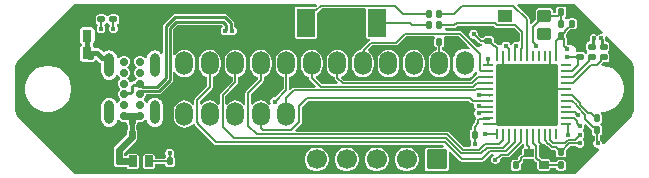
<source format=gbl>
G04*
G04 #@! TF.GenerationSoftware,Altium Limited,Altium Designer,25.5.2 (35)*
G04*
G04 Layer_Physical_Order=4*
G04 Layer_Color=16711680*
%FSLAX44Y44*%
%MOMM*%
G71*
G04*
G04 #@! TF.SameCoordinates,449EA512-5FDF-437D-9D79-FEBFBDB7331F*
G04*
G04*
G04 #@! TF.FilePolarity,Positive*
G04*
G01*
G75*
%ADD11C,0.1500*%
%ADD19C,0.2200*%
%ADD20C,0.4000*%
%ADD21C,0.6000*%
%ADD24O,1.5000X2.0000*%
%ADD25O,0.8000X2.0000*%
%ADD26C,0.7000*%
G04:AMPARAMS|DCode=27|XSize=1.7mm|YSize=1.7mm|CornerRadius=0.05mm|HoleSize=0mm|Usage=FLASHONLY|Rotation=180.000|XOffset=0mm|YOffset=0mm|HoleType=Round|Shape=RoundedRectangle|*
%AMROUNDEDRECTD27*
21,1,1.7000,1.6000,0,0,180.0*
21,1,1.6000,1.7000,0,0,180.0*
1,1,0.1000,-0.8000,0.8000*
1,1,0.1000,0.8000,0.8000*
1,1,0.1000,0.8000,-0.8000*
1,1,0.1000,-0.8000,-0.8000*
%
%ADD27ROUNDEDRECTD27*%
%ADD28C,1.7000*%
%ADD29C,0.4500*%
%ADD30C,0.5000*%
G04:AMPARAMS|DCode=32|XSize=0.2mm|YSize=0.6mm|CornerRadius=0.05mm|HoleSize=0mm|Usage=FLASHONLY|Rotation=270.000|XOffset=0mm|YOffset=0mm|HoleType=Round|Shape=RoundedRectangle|*
%AMROUNDEDRECTD32*
21,1,0.2000,0.5000,0,0,270.0*
21,1,0.1000,0.6000,0,0,270.0*
1,1,0.1000,-0.2500,-0.0500*
1,1,0.1000,-0.2500,0.0500*
1,1,0.1000,0.2500,0.0500*
1,1,0.1000,0.2500,-0.0500*
%
%ADD32ROUNDEDRECTD32*%
G04:AMPARAMS|DCode=33|XSize=0.72mm|YSize=0.99mm|CornerRadius=0.09mm|HoleSize=0mm|Usage=FLASHONLY|Rotation=180.000|XOffset=0mm|YOffset=0mm|HoleType=Round|Shape=RoundedRectangle|*
%AMROUNDEDRECTD33*
21,1,0.7200,0.8100,0,0,180.0*
21,1,0.5400,0.9900,0,0,180.0*
1,1,0.1800,-0.2700,0.4050*
1,1,0.1800,0.2700,0.4050*
1,1,0.1800,0.2700,-0.4050*
1,1,0.1800,-0.2700,-0.4050*
%
%ADD33ROUNDEDRECTD33*%
G04:AMPARAMS|DCode=34|XSize=0.55mm|YSize=0.6mm|CornerRadius=0.0688mm|HoleSize=0mm|Usage=FLASHONLY|Rotation=0.000|XOffset=0mm|YOffset=0mm|HoleType=Round|Shape=RoundedRectangle|*
%AMROUNDEDRECTD34*
21,1,0.5500,0.4625,0,0,0.0*
21,1,0.4125,0.6000,0,0,0.0*
1,1,0.1375,0.2063,-0.2313*
1,1,0.1375,-0.2063,-0.2313*
1,1,0.1375,-0.2063,0.2313*
1,1,0.1375,0.2063,0.2313*
%
%ADD34ROUNDEDRECTD34*%
G04:AMPARAMS|DCode=35|XSize=0.55mm|YSize=0.6mm|CornerRadius=0.0688mm|HoleSize=0mm|Usage=FLASHONLY|Rotation=90.000|XOffset=0mm|YOffset=0mm|HoleType=Round|Shape=RoundedRectangle|*
%AMROUNDEDRECTD35*
21,1,0.5500,0.4625,0,0,90.0*
21,1,0.4125,0.6000,0,0,90.0*
1,1,0.1375,0.2313,0.2063*
1,1,0.1375,0.2313,-0.2063*
1,1,0.1375,-0.2313,-0.2063*
1,1,0.1375,-0.2313,0.2063*
%
%ADD35ROUNDEDRECTD35*%
G04:AMPARAMS|DCode=36|XSize=0.25mm|YSize=0.85mm|CornerRadius=0.05mm|HoleSize=0mm|Usage=FLASHONLY|Rotation=180.000|XOffset=0mm|YOffset=0mm|HoleType=Round|Shape=RoundedRectangle|*
%AMROUNDEDRECTD36*
21,1,0.2500,0.7500,0,0,180.0*
21,1,0.1500,0.8500,0,0,180.0*
1,1,0.1000,-0.0750,0.3750*
1,1,0.1000,0.0750,0.3750*
1,1,0.1000,0.0750,-0.3750*
1,1,0.1000,-0.0750,-0.3750*
%
%ADD36ROUNDEDRECTD36*%
G04:AMPARAMS|DCode=37|XSize=0.25mm|YSize=0.85mm|CornerRadius=0.05mm|HoleSize=0mm|Usage=FLASHONLY|Rotation=90.000|XOffset=0mm|YOffset=0mm|HoleType=Round|Shape=RoundedRectangle|*
%AMROUNDEDRECTD37*
21,1,0.2500,0.7500,0,0,90.0*
21,1,0.1500,0.8500,0,0,90.0*
1,1,0.1000,0.3750,0.0750*
1,1,0.1000,0.3750,-0.0750*
1,1,0.1000,-0.3750,-0.0750*
1,1,0.1000,-0.3750,0.0750*
%
%ADD37ROUNDEDRECTD37*%
G04:AMPARAMS|DCode=38|XSize=5.2mm|YSize=5.2mm|CornerRadius=0.05mm|HoleSize=0mm|Usage=FLASHONLY|Rotation=180.000|XOffset=0mm|YOffset=0mm|HoleType=Round|Shape=RoundedRectangle|*
%AMROUNDEDRECTD38*
21,1,5.2000,5.1000,0,0,180.0*
21,1,5.1000,5.2000,0,0,180.0*
1,1,0.1000,-2.5500,2.5500*
1,1,0.1000,2.5500,2.5500*
1,1,0.1000,2.5500,-2.5500*
1,1,0.1000,-2.5500,-2.5500*
%
%ADD38ROUNDEDRECTD38*%
G04:AMPARAMS|DCode=39|XSize=0.775mm|YSize=0.675mm|CornerRadius=0.0338mm|HoleSize=0mm|Usage=FLASHONLY|Rotation=0.000|XOffset=0mm|YOffset=0mm|HoleType=Round|Shape=RoundedRectangle|*
%AMROUNDEDRECTD39*
21,1,0.7750,0.6075,0,0,0.0*
21,1,0.7075,0.6750,0,0,0.0*
1,1,0.0675,0.3538,-0.3038*
1,1,0.0675,-0.3538,-0.3038*
1,1,0.0675,-0.3538,0.3038*
1,1,0.0675,0.3538,0.3038*
%
%ADD39ROUNDEDRECTD39*%
G04:AMPARAMS|DCode=40|XSize=1.15mm|YSize=1.05mm|CornerRadius=0.1313mm|HoleSize=0mm|Usage=FLASHONLY|Rotation=0.000|XOffset=0mm|YOffset=0mm|HoleType=Round|Shape=RoundedRectangle|*
%AMROUNDEDRECTD40*
21,1,1.1500,0.7875,0,0,0.0*
21,1,0.8875,1.0500,0,0,0.0*
1,1,0.2625,0.4438,-0.3938*
1,1,0.2625,-0.4438,-0.3938*
1,1,0.2625,-0.4438,0.3938*
1,1,0.2625,0.4438,0.3938*
%
%ADD40ROUNDEDRECTD40*%
G04:AMPARAMS|DCode=41|XSize=1.6mm|YSize=2.4mm|CornerRadius=0.05mm|HoleSize=0mm|Usage=FLASHONLY|Rotation=0.000|XOffset=0mm|YOffset=0mm|HoleType=Round|Shape=RoundedRectangle|*
%AMROUNDEDRECTD41*
21,1,1.6000,2.3000,0,0,0.0*
21,1,1.5000,2.4000,0,0,0.0*
1,1,0.1000,0.7500,-1.1500*
1,1,0.1000,-0.7500,-1.1500*
1,1,0.1000,-0.7500,1.1500*
1,1,0.1000,0.7500,1.1500*
%
%ADD41ROUNDEDRECTD41*%
%ADD42R,1.1500X1.0500*%
%ADD43C,0.4897*%
%ADD44C,0.2000*%
G36*
X-7039Y71907D02*
X-6465Y70521D01*
X-7581Y69406D01*
X-8250Y69539D01*
X-23250D01*
X-24030Y69384D01*
X-24692Y68942D01*
X-25134Y68280D01*
X-25289Y67500D01*
Y44500D01*
X-25134Y43720D01*
X-24692Y43058D01*
X-24030Y42616D01*
X-23250Y42461D01*
X-8250D01*
X-7470Y42616D01*
X-6808Y43058D01*
X-6366Y43720D01*
X-6211Y44500D01*
Y64524D01*
X-5499Y64999D01*
X-2292Y68206D01*
X34132D01*
X34711Y67500D01*
Y44500D01*
X34866Y43720D01*
X35308Y43058D01*
X35970Y42616D01*
X36750Y42461D01*
X38031D01*
X38195Y42009D01*
X38281Y40961D01*
X37774Y40622D01*
X31608Y34456D01*
X31111Y33712D01*
X30938Y32842D01*
X30096Y32731D01*
X27907Y31824D01*
X26027Y30382D01*
X24585Y28502D01*
X23678Y26312D01*
X23368Y23963D01*
Y18963D01*
X23678Y16613D01*
X24585Y14424D01*
X26027Y12544D01*
X27907Y11101D01*
X30096Y10195D01*
X32446Y9885D01*
X34795Y10195D01*
X36985Y11101D01*
X38865Y12544D01*
X40307Y14424D01*
X41214Y16613D01*
X41524Y18963D01*
Y23963D01*
X41214Y26312D01*
X40307Y28502D01*
X38865Y30382D01*
X37325Y31563D01*
X36917Y33277D01*
X40346Y36706D01*
X60316D01*
X61194Y36881D01*
X61938Y37378D01*
X69016Y44456D01*
X92352D01*
X93154Y42956D01*
X93127Y42916D01*
X92957Y42063D01*
Y37438D01*
X93127Y36584D01*
X93610Y35860D01*
X94334Y35377D01*
X94956Y35253D01*
Y32743D01*
X94867Y32731D01*
X92677Y31824D01*
X90797Y30382D01*
X89354Y28502D01*
X88448Y26312D01*
X88138Y23963D01*
Y18963D01*
X88448Y16613D01*
X89354Y14424D01*
X90797Y12544D01*
X92677Y11101D01*
X94867Y10195D01*
X97216Y9885D01*
X99565Y10195D01*
X101755Y11101D01*
X103635Y12544D01*
X105077Y14424D01*
X105984Y16613D01*
X106294Y18963D01*
Y23963D01*
X105984Y26312D01*
X105077Y28502D01*
X103635Y30382D01*
X101755Y31824D01*
X99565Y32731D01*
X99544Y32734D01*
Y35253D01*
X100166Y35377D01*
X100890Y35860D01*
X101373Y36584D01*
X101543Y37438D01*
Y42063D01*
X101373Y42916D01*
X101346Y42956D01*
X102148Y44456D01*
X113807D01*
X120320Y37943D01*
X120381Y37638D01*
X120878Y36894D01*
X123168Y34604D01*
X122318Y33332D01*
X121417Y33705D01*
X118806Y34049D01*
X116195Y33705D01*
X113763Y32698D01*
X111674Y31095D01*
X110071Y29006D01*
X109063Y26573D01*
X108720Y23963D01*
Y18963D01*
X109063Y16352D01*
X110071Y13920D01*
X111674Y11831D01*
X113763Y10228D01*
X116195Y9220D01*
X118806Y8877D01*
X121417Y9220D01*
X123849Y10228D01*
X125938Y11831D01*
X127541Y13920D01*
X127912Y14815D01*
X129412Y14517D01*
Y12178D01*
X129118Y12119D01*
X128373Y11622D01*
X123758Y7007D01*
X16306D01*
X14292Y9021D01*
X14644Y10790D01*
X15395Y11101D01*
X17275Y12544D01*
X18717Y14424D01*
X19624Y16613D01*
X19934Y18963D01*
Y23963D01*
X19624Y26312D01*
X18717Y28502D01*
X17275Y30382D01*
X15395Y31824D01*
X13205Y32731D01*
X10856Y33040D01*
X8507Y32731D01*
X6317Y31824D01*
X4437Y30382D01*
X2995Y28502D01*
X2088Y26312D01*
X1778Y23963D01*
Y18963D01*
X2088Y16613D01*
X2995Y14424D01*
X4437Y12544D01*
X6317Y11101D01*
X8507Y10195D01*
X8562Y10187D01*
Y9213D01*
X8737Y8335D01*
X9234Y7591D01*
X11432Y5393D01*
X10858Y4007D01*
X-2284D01*
X-7298Y9021D01*
X-6946Y10790D01*
X-6195Y11101D01*
X-4315Y12544D01*
X-2873Y14424D01*
X-1966Y16613D01*
X-1656Y18963D01*
Y23963D01*
X-1966Y26312D01*
X-2873Y28502D01*
X-4315Y30382D01*
X-6195Y31824D01*
X-8385Y32731D01*
X-10734Y33040D01*
X-13083Y32731D01*
X-15273Y31824D01*
X-17153Y30382D01*
X-18595Y28502D01*
X-19502Y26312D01*
X-19812Y23963D01*
Y18963D01*
X-19502Y16613D01*
X-18595Y14424D01*
X-17153Y12544D01*
X-15273Y11101D01*
X-13083Y10195D01*
X-13028Y10187D01*
Y9213D01*
X-12853Y8335D01*
X-12356Y7591D01*
X-7158Y2393D01*
X-7732Y1007D01*
X-25537D01*
X-25537Y1007D01*
X-26415Y832D01*
X-27159Y335D01*
X-27159Y335D01*
X-28568Y-1073D01*
X-29007Y-998D01*
X-30030Y-414D01*
Y10187D01*
X-29975Y10195D01*
X-27785Y11101D01*
X-25905Y12544D01*
X-24463Y14424D01*
X-23556Y16613D01*
X-23246Y18963D01*
Y23963D01*
X-23556Y26312D01*
X-24463Y28502D01*
X-25905Y30382D01*
X-27785Y31824D01*
X-29975Y32731D01*
X-32324Y33040D01*
X-34674Y32731D01*
X-36863Y31824D01*
X-38743Y30382D01*
X-40185Y28502D01*
X-41092Y26312D01*
X-41402Y23963D01*
Y18963D01*
X-41092Y16613D01*
X-40185Y14424D01*
X-38743Y12544D01*
X-36863Y11101D01*
X-34674Y10195D01*
X-34618Y10187D01*
Y126D01*
X-41744Y-7000D01*
X-42996D01*
X-44374Y-7571D01*
X-45429Y-8626D01*
X-46000Y-10004D01*
Y-11496D01*
X-45520Y-12654D01*
X-46831Y-13410D01*
X-47495Y-12544D01*
X-49375Y-11102D01*
X-51565Y-10195D01*
X-53914Y-9886D01*
X-56263Y-10195D01*
X-58453Y-11102D01*
X-60333Y-12544D01*
X-60915Y-13303D01*
X-62415Y-12794D01*
Y-4409D01*
X-52292Y5714D01*
X-51795Y6458D01*
X-51620Y7336D01*
Y10187D01*
X-51565Y10195D01*
X-49375Y11101D01*
X-47495Y12544D01*
X-46053Y14424D01*
X-45146Y16613D01*
X-44836Y18963D01*
Y23963D01*
X-45146Y26312D01*
X-46053Y28502D01*
X-47495Y30382D01*
X-49375Y31824D01*
X-51565Y32731D01*
X-53914Y33040D01*
X-56263Y32731D01*
X-58453Y31824D01*
X-60333Y30382D01*
X-61775Y28502D01*
X-62682Y26312D01*
X-62992Y23963D01*
Y18963D01*
X-62682Y16613D01*
X-61775Y14424D01*
X-60333Y12544D01*
X-58453Y11101D01*
X-56263Y10195D01*
X-56208Y10187D01*
Y8286D01*
X-66331Y-1837D01*
X-66828Y-2581D01*
X-67003Y-3459D01*
Y-12794D01*
X-68503Y-13303D01*
X-69085Y-12544D01*
X-70965Y-11102D01*
X-73155Y-10195D01*
X-75504Y-9886D01*
X-77853Y-10195D01*
X-80043Y-11102D01*
X-81923Y-12544D01*
X-82505Y-13303D01*
X-84005Y-12794D01*
Y-5999D01*
X-73882Y4124D01*
X-73385Y4868D01*
X-73210Y5746D01*
Y10187D01*
X-73155Y10195D01*
X-70965Y11101D01*
X-69085Y12544D01*
X-67643Y14424D01*
X-66736Y16613D01*
X-66426Y18963D01*
Y23963D01*
X-66736Y26312D01*
X-67643Y28502D01*
X-69085Y30382D01*
X-70965Y31824D01*
X-73155Y32731D01*
X-75504Y33040D01*
X-77853Y32731D01*
X-80043Y31824D01*
X-81923Y30382D01*
X-83365Y28502D01*
X-84272Y26312D01*
X-84582Y23963D01*
Y18963D01*
X-84272Y16613D01*
X-83365Y14424D01*
X-81923Y12544D01*
X-80043Y11101D01*
X-77853Y10195D01*
X-77798Y10187D01*
Y6696D01*
X-87921Y-3427D01*
X-88418Y-4171D01*
X-88593Y-5049D01*
Y-12794D01*
X-90093Y-13303D01*
X-90675Y-12544D01*
X-92555Y-11102D01*
X-94745Y-10195D01*
X-97094Y-9886D01*
X-99444Y-10195D01*
X-101633Y-11102D01*
X-103513Y-12544D01*
X-104095Y-13303D01*
X-105595Y-12794D01*
Y-10422D01*
X-95472Y-299D01*
X-94975Y445D01*
X-94800Y1323D01*
Y10187D01*
X-94745Y10195D01*
X-92555Y11101D01*
X-90675Y12544D01*
X-89233Y14424D01*
X-88326Y16613D01*
X-88016Y18963D01*
Y23963D01*
X-88326Y26312D01*
X-89233Y28502D01*
X-90675Y30382D01*
X-92555Y31824D01*
X-94745Y32731D01*
X-97094Y33040D01*
X-99444Y32731D01*
X-101633Y31824D01*
X-103513Y30382D01*
X-104956Y28502D01*
X-105862Y26312D01*
X-106172Y23963D01*
Y18963D01*
X-105862Y16613D01*
X-104956Y14424D01*
X-103513Y12544D01*
X-101633Y11101D01*
X-99444Y10195D01*
X-99388Y10187D01*
Y2273D01*
X-109511Y-7850D01*
X-110008Y-8594D01*
X-110183Y-9472D01*
Y-12794D01*
X-111683Y-13303D01*
X-112265Y-12544D01*
X-114145Y-11102D01*
X-116335Y-10195D01*
X-118684Y-9886D01*
X-121033Y-10195D01*
X-123223Y-11102D01*
X-125103Y-12544D01*
X-126545Y-14424D01*
X-127452Y-16614D01*
X-127762Y-18963D01*
Y-23963D01*
X-127452Y-26313D01*
X-126545Y-28502D01*
X-125103Y-30382D01*
X-123223Y-31825D01*
X-121033Y-32731D01*
X-118684Y-33041D01*
X-116335Y-32731D01*
X-114145Y-31825D01*
X-112265Y-30382D01*
X-111519Y-29409D01*
X-111006Y-29376D01*
X-109797Y-29629D01*
X-109544Y-30008D01*
X-109441Y-30523D01*
X-108944Y-31267D01*
X-93351Y-46860D01*
X-92607Y-47358D01*
X-91729Y-47532D01*
X100600D01*
X101116Y-48211D01*
X100372Y-49711D01*
X87000D01*
X86220Y-49866D01*
X85558Y-50308D01*
X85116Y-50970D01*
X84961Y-51750D01*
Y-67750D01*
X85116Y-68530D01*
X85558Y-69192D01*
X86220Y-69634D01*
X87000Y-69789D01*
X103000D01*
X103780Y-69634D01*
X104442Y-69192D01*
X104884Y-68530D01*
X105039Y-67750D01*
Y-53490D01*
X106539Y-52868D01*
X114543Y-60872D01*
X115287Y-61369D01*
X116165Y-61544D01*
X133699D01*
X134576Y-61369D01*
X135321Y-60872D01*
X141149Y-55044D01*
X142996D01*
X143294Y-56544D01*
X142626Y-56821D01*
X141571Y-57876D01*
X141000Y-59254D01*
Y-60746D01*
X141571Y-62124D01*
X142626Y-63179D01*
X144004Y-63750D01*
X145496D01*
X146874Y-63179D01*
X147929Y-62124D01*
X148500Y-60746D01*
Y-59494D01*
X149950Y-58044D01*
X155260D01*
X156138Y-57869D01*
X156883Y-57372D01*
X167416Y-46838D01*
X168956D01*
Y-47870D01*
X169131Y-48748D01*
X168626Y-49862D01*
X168018Y-50268D01*
X167612Y-50876D01*
X167469Y-51592D01*
Y-54992D01*
X166771Y-55131D01*
X166027Y-55628D01*
X164499Y-57156D01*
X164002Y-57900D01*
X163827Y-58778D01*
Y-59428D01*
X163048Y-60207D01*
X159937D01*
X159084Y-60377D01*
X158360Y-60860D01*
X157877Y-61584D01*
X157707Y-62438D01*
Y-67063D01*
X157877Y-67916D01*
X158360Y-68640D01*
X159084Y-69123D01*
X159937Y-69293D01*
X164062D01*
X164916Y-69123D01*
X165639Y-68640D01*
X166123Y-67916D01*
X166293Y-67063D01*
Y-63451D01*
X167743Y-62001D01*
X168241Y-61257D01*
X168415Y-60379D01*
Y-59728D01*
X168600Y-59544D01*
X170260D01*
X170275Y-59541D01*
X176418D01*
X176763Y-59472D01*
X177133Y-59720D01*
X177630Y-60464D01*
X179044Y-61877D01*
X179044Y-61877D01*
X179788Y-62374D01*
X180214Y-62459D01*
Y-67413D01*
X180357Y-68130D01*
X180763Y-68737D01*
X181371Y-69143D01*
X182087Y-69286D01*
X189163D01*
X189879Y-69143D01*
X190487Y-68737D01*
X190893Y-68130D01*
X191036Y-67413D01*
Y-66669D01*
X195957D01*
Y-67063D01*
X196127Y-67916D01*
X196610Y-68640D01*
X197334Y-69123D01*
X198188Y-69293D01*
X202313D01*
X203166Y-69123D01*
X203890Y-68640D01*
X204373Y-67916D01*
X204543Y-67063D01*
Y-62438D01*
X204373Y-61584D01*
X203890Y-60860D01*
X203166Y-60377D01*
X202313Y-60207D01*
X198188D01*
X197334Y-60377D01*
X196610Y-60860D01*
X196127Y-61584D01*
X196028Y-62081D01*
X191036D01*
Y-61337D01*
X190893Y-60621D01*
X190487Y-60013D01*
X189879Y-59607D01*
X189163Y-59464D01*
X183784D01*
X182953Y-58633D01*
X182209Y-58135D01*
X181687Y-58032D01*
X181547Y-57892D01*
Y-50418D01*
X181547Y-50418D01*
X181546Y-50418D01*
Y-48647D01*
X181546Y-48647D01*
X181485Y-48338D01*
X182178Y-47134D01*
X182554Y-46838D01*
X186334D01*
X187498Y-48002D01*
X187498Y-48002D01*
X188242Y-48500D01*
X188870Y-48625D01*
X191117Y-50872D01*
X191118Y-50872D01*
X191862Y-51369D01*
X192740Y-51544D01*
X192740Y-51544D01*
X194790D01*
X195957Y-52712D01*
Y-55813D01*
X196127Y-56666D01*
X196610Y-57390D01*
X197334Y-57873D01*
X198188Y-58043D01*
X202313D01*
X203166Y-57873D01*
X203890Y-57390D01*
X204373Y-56666D01*
X204543Y-55813D01*
Y-52201D01*
X208200Y-48544D01*
X213241D01*
X214126Y-49429D01*
X215504Y-50000D01*
X216996D01*
X218374Y-49429D01*
X219429Y-48374D01*
X220000Y-46996D01*
Y-45504D01*
X219429Y-44126D01*
X218715Y-43412D01*
X218505Y-42500D01*
X218715Y-41588D01*
X219429Y-40874D01*
X220000Y-39496D01*
Y-38004D01*
X219429Y-36626D01*
X218715Y-35912D01*
X218505Y-35000D01*
X218715Y-34088D01*
X219429Y-33374D01*
X220000Y-31996D01*
Y-30516D01*
X220036Y-30481D01*
X221280Y-29675D01*
X225977Y-34372D01*
X225977Y-34372D01*
X226207Y-34526D01*
Y-37313D01*
X226377Y-38166D01*
X226861Y-38890D01*
X227584Y-39373D01*
X228438Y-39543D01*
X228581D01*
Y-43616D01*
X228071Y-44126D01*
X227500Y-45504D01*
Y-46996D01*
X228071Y-48374D01*
X229126Y-49429D01*
X230504Y-50000D01*
X231452D01*
X232128Y-51445D01*
X211666Y-71907D01*
X-211666Y-71907D01*
X-258243Y-25330D01*
X-259304Y-24270D01*
X-259304Y-24269D01*
X-260211Y-23145D01*
X-260611Y-22623D01*
X-261417Y-20677D01*
X-261678Y-18695D01*
X-261657Y-18588D01*
Y-10000D01*
Y18588D01*
X-261678Y18695D01*
X-261417Y20677D01*
X-260611Y22623D01*
X-259394Y24209D01*
X-259304Y24269D01*
X-211666Y71907D01*
X-7039Y71907D01*
D02*
G37*
G36*
X211666Y71907D02*
X235876Y47697D01*
X235026Y46425D01*
X234846Y46500D01*
X233354D01*
X231976Y45929D01*
X231100Y45053D01*
X230224Y45929D01*
X228846Y46500D01*
X227354D01*
X225976Y45929D01*
X224921Y44874D01*
X224350Y43496D01*
Y42004D01*
X224541Y41543D01*
X224246Y40809D01*
X223609Y39978D01*
X223084Y39873D01*
X222360Y39390D01*
X221877Y38666D01*
X221707Y37812D01*
Y33688D01*
X221877Y32834D01*
X222342Y32138D01*
X222360Y32107D01*
Y31250D01*
Y30393D01*
X222357Y30387D01*
X222272Y30335D01*
X221017Y29850D01*
X221010D01*
X220417Y29975D01*
X220140Y30390D01*
X219416Y30873D01*
X218563Y31043D01*
X213937D01*
X213088Y31740D01*
Y32250D01*
X212739Y34006D01*
X211744Y35494D01*
X210256Y36489D01*
X208500Y36838D01*
X207215D01*
X207124Y36929D01*
X205746Y37500D01*
X205294D01*
Y42250D01*
X205294Y42250D01*
X205119Y43128D01*
X204793Y43617D01*
Y46298D01*
X204946Y46452D01*
X205443Y47196D01*
X205616Y48064D01*
X208009Y50457D01*
X211562D01*
X212416Y50627D01*
X213140Y51110D01*
X213623Y51834D01*
X213793Y52688D01*
Y57312D01*
X213623Y58166D01*
X213140Y58890D01*
X212416Y59373D01*
X211562Y59543D01*
X207437D01*
X206584Y59373D01*
X205860Y58890D01*
X204139D01*
X203725Y59167D01*
X203599Y59760D01*
Y60240D01*
X203725Y60833D01*
X204140Y61110D01*
X204623Y61834D01*
X204793Y62688D01*
Y67312D01*
X204623Y68166D01*
X204140Y68890D01*
X203416Y69373D01*
X202563Y69543D01*
X198438D01*
X197584Y69373D01*
X196860Y68890D01*
X196377Y68166D01*
X196207Y67312D01*
Y64044D01*
X193305D01*
Y65687D01*
X193087Y66785D01*
X192465Y67715D01*
X191535Y68337D01*
X190438Y68555D01*
X181562D01*
X180465Y68337D01*
X179535Y67715D01*
X178913Y66785D01*
X178695Y65687D01*
Y58189D01*
X175044Y54538D01*
X174360Y54645D01*
X173544Y55076D01*
Y58950D01*
X173369Y59828D01*
X172872Y60572D01*
X162923Y70521D01*
X163497Y71907D01*
X211666D01*
D02*
G37*
G36*
X144092Y52378D02*
X144092Y52378D01*
X144837Y51880D01*
X145715Y51706D01*
X160686D01*
X165206Y47186D01*
Y40807D01*
X163706Y39809D01*
X163246Y40000D01*
X161754D01*
X160376Y39429D01*
X159321Y38374D01*
X158886Y37324D01*
X157364D01*
X156929Y38374D01*
X155874Y39429D01*
X154496Y40000D01*
X153004D01*
X151626Y39429D01*
X150571Y38374D01*
X150000Y36996D01*
Y36838D01*
X146906D01*
X145872Y37872D01*
X145128Y38369D01*
X144250Y38544D01*
X144200D01*
X143293Y39451D01*
Y42562D01*
X143123Y43416D01*
X142640Y44140D01*
X141916Y44623D01*
X141062Y44793D01*
X136438D01*
X135584Y44623D01*
X134860Y44140D01*
X134377Y43416D01*
X134346Y43259D01*
X132791Y43041D01*
X129911Y45921D01*
Y46996D01*
X129340Y48374D01*
X128285Y49429D01*
X126907Y50000D01*
X125415D01*
X124037Y49429D01*
X122982Y48374D01*
X122411Y46996D01*
Y45504D01*
X122982Y44126D01*
X124037Y43071D01*
X125415Y42500D01*
X126844D01*
X130466Y38878D01*
X130466Y38878D01*
X131210Y38381D01*
X132088Y38206D01*
X133188D01*
X133328Y36787D01*
X133180Y36675D01*
X132244Y36489D01*
X130756Y35494D01*
X130615Y35284D01*
X129123Y35137D01*
X124680Y39580D01*
X124619Y39885D01*
X124122Y40629D01*
X124122Y40629D01*
X116379Y48372D01*
X115635Y48869D01*
X114757Y49044D01*
X102726D01*
X101908Y50445D01*
X102420Y51456D01*
X109982D01*
X110860Y51631D01*
X111604Y52128D01*
X112933Y53456D01*
X143014D01*
X144092Y52378D01*
D02*
G37*
G36*
X254411Y29162D02*
X254412Y29162D01*
X259303Y24269D01*
X259303Y24269D01*
X260210Y23145D01*
X260611Y22623D01*
X261417Y20677D01*
X261678Y18694D01*
X261657Y18588D01*
Y-10000D01*
Y-18589D01*
X261678Y-18695D01*
X261417Y-20677D01*
X260611Y-22623D01*
X259394Y-24209D01*
X259303Y-24270D01*
X254662Y-28912D01*
X236445Y-47128D01*
X235000Y-46452D01*
Y-45504D01*
X234429Y-44126D01*
X233374Y-43071D01*
X233169Y-42986D01*
Y-39422D01*
X233416Y-39373D01*
X234140Y-38890D01*
X234623Y-38166D01*
X234793Y-37313D01*
Y-32687D01*
X234623Y-31834D01*
X234140Y-31110D01*
X233725Y-30833D01*
X233599Y-30240D01*
Y-29760D01*
X233725Y-29167D01*
X234140Y-28890D01*
X234623Y-28166D01*
X234793Y-27313D01*
Y-22687D01*
X234623Y-21834D01*
X234140Y-21110D01*
X233974Y-21000D01*
X234429Y-19500D01*
X236042D01*
X239810Y-18751D01*
X243359Y-17281D01*
X246553Y-15147D01*
X249269Y-12431D01*
X251403Y-9237D01*
X252873Y-5688D01*
X253622Y-1921D01*
Y1920D01*
X252873Y5688D01*
X251403Y9237D01*
X249269Y12430D01*
X246553Y15146D01*
X243359Y17281D01*
X239810Y18750D01*
X236042Y19500D01*
X234855D01*
X234280Y20886D01*
X235622Y22227D01*
X235776Y22457D01*
X238563D01*
X239416Y22627D01*
X240140Y23110D01*
X240623Y23834D01*
X240793Y24688D01*
Y28812D01*
X240623Y29666D01*
X240158Y30362D01*
X240140Y30393D01*
Y31250D01*
Y32107D01*
X240158Y32138D01*
X240623Y32834D01*
X240793Y33688D01*
Y37812D01*
X240623Y38666D01*
X240140Y39390D01*
X239416Y39873D01*
X238563Y40043D01*
X238356D01*
X237659Y41543D01*
X237850Y42004D01*
Y43496D01*
X237775Y43676D01*
X239047Y44526D01*
X254411Y29162D01*
D02*
G37*
G36*
X124130Y-11622D02*
X124875Y-12119D01*
X125753Y-12294D01*
X126750Y-13754D01*
Y-15246D01*
X127321Y-16624D01*
X128197Y-17500D01*
X127321Y-18376D01*
X126750Y-19754D01*
Y-21246D01*
X127321Y-22624D01*
X128376Y-23679D01*
X127969Y-25134D01*
X127881Y-25266D01*
X127706Y-26143D01*
Y-28414D01*
X125517Y-30603D01*
X125020Y-31347D01*
X124845Y-32225D01*
Y-34628D01*
X124223Y-34752D01*
X123500Y-35235D01*
X123016Y-35959D01*
X122846Y-36813D01*
Y-41438D01*
X123016Y-42291D01*
X123500Y-43015D01*
X123845Y-43245D01*
X124213Y-44643D01*
X124210Y-45001D01*
X123639Y-46379D01*
Y-47871D01*
X122620Y-49331D01*
X117976D01*
X105522Y-36878D01*
X104778Y-36381D01*
X103900Y-36206D01*
X-24096D01*
X-24670Y-34820D01*
X-19907Y-30057D01*
X-19907Y-30057D01*
X-19410Y-29312D01*
X-19235Y-28435D01*
Y-15442D01*
X-13800Y-10007D01*
X122516D01*
X124130Y-11622D01*
D02*
G37*
%LPC*%
G36*
X-84207Y63401D02*
X-84207Y63401D01*
X-126733D01*
X-126733Y63401D01*
X-127747Y63199D01*
X-128607Y62625D01*
X-128607Y62625D01*
X-136124Y55107D01*
X-136699Y54247D01*
X-136901Y53233D01*
X-136901Y53232D01*
Y30281D01*
X-138401Y29771D01*
X-139064Y30636D01*
X-140422Y31678D01*
X-142003Y32333D01*
X-143700Y32556D01*
X-145397Y32333D01*
X-146978Y31678D01*
X-148336Y30636D01*
X-149378Y29278D01*
X-150033Y27697D01*
X-150256Y26000D01*
X-151756Y25820D01*
X-151761Y25832D01*
X-153168Y27239D01*
X-155005Y28000D01*
X-156995D01*
X-158832Y27239D01*
X-160239Y25832D01*
X-161000Y23995D01*
Y22005D01*
X-160239Y20168D01*
X-159257Y19186D01*
X-158982Y18250D01*
X-159257Y17314D01*
X-160239Y16332D01*
X-161000Y14495D01*
Y12505D01*
X-160239Y10668D01*
X-159551Y9980D01*
X-158984Y9000D01*
X-159551Y8020D01*
X-160239Y7332D01*
X-160694Y6233D01*
X-161712D01*
X-162727Y6031D01*
X-163506Y5510D01*
X-163842Y5507D01*
X-165196Y5968D01*
X-165761Y7332D01*
X-166449Y8020D01*
X-167017Y9000D01*
X-166449Y9980D01*
X-165761Y10668D01*
X-165000Y12505D01*
Y14495D01*
X-165761Y16332D01*
X-166743Y17314D01*
X-167018Y18250D01*
X-166743Y19186D01*
X-165761Y20168D01*
X-165000Y22005D01*
Y23995D01*
X-165761Y25832D01*
X-167168Y27239D01*
X-169006Y28000D01*
X-170995D01*
X-172832Y27239D01*
X-174239Y25832D01*
X-174244Y25820D01*
X-175744Y26000D01*
X-175967Y27697D01*
X-176622Y29278D01*
X-177664Y30636D01*
X-179022Y31678D01*
X-180603Y32333D01*
X-182300Y32556D01*
X-183997Y32333D01*
X-185578Y31678D01*
X-186659Y30848D01*
X-189056Y33244D01*
X-190544Y34239D01*
X-192300Y34588D01*
X-194790D01*
X-194947Y35377D01*
X-195699Y36501D01*
X-196068Y36748D01*
Y38252D01*
X-195699Y38499D01*
X-194947Y39623D01*
X-194683Y40950D01*
Y49050D01*
X-194947Y50377D01*
X-195699Y51501D01*
X-196823Y52253D01*
X-198150Y52517D01*
X-203550D01*
X-204877Y52253D01*
X-206001Y51501D01*
X-206753Y50377D01*
X-207017Y49050D01*
Y40950D01*
X-206753Y39623D01*
X-206001Y38499D01*
X-205632Y38252D01*
Y36748D01*
X-206001Y36501D01*
X-206753Y35377D01*
X-207017Y34050D01*
Y25950D01*
X-206753Y24623D01*
X-206001Y23499D01*
X-204877Y22747D01*
X-203550Y22483D01*
X-199358D01*
X-199250Y22462D01*
X-197900D01*
X-196144Y22811D01*
X-194656Y23806D01*
X-194487Y24058D01*
X-192994Y24205D01*
X-191615Y22827D01*
X-190127Y21832D01*
X-188856Y21579D01*
Y14000D01*
X-188633Y12303D01*
X-187978Y10722D01*
X-186936Y9364D01*
X-185578Y8322D01*
X-183997Y7667D01*
X-182300Y7444D01*
X-180603Y7667D01*
X-179022Y8322D01*
X-177664Y9364D01*
X-176622Y10722D01*
X-176254Y11612D01*
X-174630Y11612D01*
X-174239Y10668D01*
X-173551Y9980D01*
X-172984Y9000D01*
X-173551Y8020D01*
X-174239Y7332D01*
X-175000Y5495D01*
Y3505D01*
X-174239Y1668D01*
X-173551Y980D01*
X-172984Y0D01*
X-173551Y-980D01*
X-174239Y-1668D01*
X-175000Y-3505D01*
Y-5495D01*
X-174239Y-7332D01*
X-173551Y-8020D01*
X-172984Y-9000D01*
X-173551Y-9980D01*
X-174239Y-10668D01*
X-174630Y-11612D01*
X-176254Y-11612D01*
X-176622Y-10722D01*
X-177664Y-9364D01*
X-179022Y-8322D01*
X-180603Y-7667D01*
X-182300Y-7444D01*
X-183997Y-7667D01*
X-185578Y-8322D01*
X-186936Y-9364D01*
X-187978Y-10722D01*
X-188633Y-12303D01*
X-188856Y-14000D01*
Y-26000D01*
X-188633Y-27697D01*
X-187978Y-29278D01*
X-186936Y-30636D01*
X-185578Y-31678D01*
X-183997Y-32333D01*
X-182300Y-32556D01*
X-180603Y-32333D01*
X-179022Y-31678D01*
X-177664Y-30636D01*
X-176622Y-29278D01*
X-175967Y-27697D01*
X-175744Y-26000D01*
X-174244Y-25820D01*
X-174239Y-25832D01*
X-172832Y-27239D01*
X-170995Y-28000D01*
X-169006D01*
X-167617Y-29049D01*
X-167489Y-29692D01*
X-167089Y-30291D01*
X-166970Y-30891D01*
X-166569Y-31491D01*
Y-34055D01*
X-167239Y-35058D01*
X-167588Y-36814D01*
Y-39137D01*
X-177244Y-48793D01*
X-178239Y-50282D01*
X-178588Y-52038D01*
Y-61500D01*
X-178293Y-62985D01*
Y-63812D01*
X-178123Y-64666D01*
X-177640Y-65390D01*
X-176916Y-65873D01*
X-176063Y-66043D01*
X-174228D01*
X-174000Y-66088D01*
X-174000Y-66088D01*
X-167440D01*
X-167361Y-66486D01*
X-166830Y-67280D01*
X-166036Y-67811D01*
X-165100Y-67997D01*
X-159700D01*
X-158764Y-67811D01*
X-157970Y-67280D01*
X-157439Y-66486D01*
X-157253Y-65550D01*
Y-57450D01*
X-157439Y-56514D01*
X-157970Y-55720D01*
X-158764Y-55189D01*
X-159700Y-55003D01*
X-165100D01*
X-166036Y-55189D01*
X-166830Y-55720D01*
X-167361Y-56514D01*
X-167440Y-56912D01*
X-169412D01*
Y-53938D01*
X-159756Y-44282D01*
X-158761Y-42793D01*
X-158412Y-41038D01*
Y-36814D01*
X-158761Y-35058D01*
X-159431Y-34055D01*
Y-31367D01*
X-159281Y-31141D01*
X-158974Y-29601D01*
X-158983Y-29553D01*
X-158818Y-28719D01*
X-157334Y-27931D01*
X-157162Y-27931D01*
X-156995Y-28000D01*
X-155005D01*
X-153168Y-27239D01*
X-151761Y-25832D01*
X-151756Y-25820D01*
X-150256Y-26000D01*
X-150033Y-27697D01*
X-149378Y-29278D01*
X-148336Y-30636D01*
X-146978Y-31678D01*
X-145397Y-32333D01*
X-143700Y-32556D01*
X-142003Y-32333D01*
X-140422Y-31678D01*
X-139064Y-30636D01*
X-138022Y-29278D01*
X-137367Y-27697D01*
X-137144Y-26000D01*
Y-14000D01*
X-137367Y-12303D01*
X-138022Y-10722D01*
X-139064Y-9364D01*
X-140422Y-8322D01*
X-142003Y-7667D01*
X-143700Y-7444D01*
X-145397Y-7667D01*
X-146978Y-8322D01*
X-148336Y-9364D01*
X-149378Y-10722D01*
X-149746Y-11612D01*
X-151370Y-11612D01*
X-151761Y-10668D01*
X-152449Y-9980D01*
X-153016Y-9000D01*
X-152449Y-8020D01*
X-151761Y-7332D01*
X-151000Y-5495D01*
Y-4501D01*
X-139967D01*
X-139967Y-4501D01*
X-138953Y-4299D01*
X-138093Y-3724D01*
X-128675Y5693D01*
X-128101Y6553D01*
X-127899Y7567D01*
X-127899Y7567D01*
Y13818D01*
X-127086Y14182D01*
X-126399Y14233D01*
X-125103Y12544D01*
X-123223Y11101D01*
X-121033Y10195D01*
X-118684Y9885D01*
X-116335Y10195D01*
X-114145Y11101D01*
X-112265Y12544D01*
X-110823Y14424D01*
X-109916Y16613D01*
X-109606Y18963D01*
Y23963D01*
X-109916Y26312D01*
X-110823Y28502D01*
X-112265Y30382D01*
X-114145Y31824D01*
X-116335Y32731D01*
X-118684Y33040D01*
X-121033Y32731D01*
X-123223Y31824D01*
X-125103Y30382D01*
X-126399Y28693D01*
X-127086Y28744D01*
X-127899Y29108D01*
Y50602D01*
X-124402Y54099D01*
X-86962D01*
X-86576Y53714D01*
X-86361Y52179D01*
X-87416Y51124D01*
X-87987Y49746D01*
Y48254D01*
X-87416Y46876D01*
X-86361Y45821D01*
X-84983Y45250D01*
X-83491D01*
X-82113Y45821D01*
X-81237Y46697D01*
X-80361Y45821D01*
X-78983Y45250D01*
X-77491D01*
X-76113Y45821D01*
X-75058Y46876D01*
X-74487Y48254D01*
Y49746D01*
X-75058Y51124D01*
X-76113Y52179D01*
X-76651Y52402D01*
Y55845D01*
X-76651Y55845D01*
X-76853Y56860D01*
X-77428Y57720D01*
X-82332Y62625D01*
X-83192Y63199D01*
X-84207Y63401D01*
D02*
G37*
G36*
X-176437Y63043D02*
X-181063D01*
X-181916Y62873D01*
X-182640Y62390D01*
X-183103Y61695D01*
X-183272Y61666D01*
X-184478D01*
X-184647Y61695D01*
X-185110Y62390D01*
X-185834Y62873D01*
X-186688Y63043D01*
X-191313D01*
X-192166Y62873D01*
X-192890Y62390D01*
X-193373Y61666D01*
X-193543Y60813D01*
Y56687D01*
X-193373Y55834D01*
X-192890Y55110D01*
X-192323Y54732D01*
X-192172Y53779D01*
X-192177Y53100D01*
X-192479Y52798D01*
X-193050Y51420D01*
Y49928D01*
X-192479Y48549D01*
X-191424Y47495D01*
X-190046Y46924D01*
X-188554D01*
X-187176Y47495D01*
X-186121Y48549D01*
X-185550Y49928D01*
Y51420D01*
X-186121Y52798D01*
X-186323Y53000D01*
X-185963Y54601D01*
X-185834Y54627D01*
X-185110Y55110D01*
X-184647Y55805D01*
X-184478Y55834D01*
X-183272D01*
X-183103Y55805D01*
X-182640Y55110D01*
X-182145Y54780D01*
X-181813Y53707D01*
X-181741Y53063D01*
X-181929Y52874D01*
X-182500Y51496D01*
Y50004D01*
X-181929Y48626D01*
X-180874Y47571D01*
X-179496Y47000D01*
X-178004D01*
X-176626Y47571D01*
X-175571Y48626D01*
X-175000Y50004D01*
Y51496D01*
X-175571Y52874D01*
X-175759Y53063D01*
X-175687Y53707D01*
X-175355Y54780D01*
X-174860Y55110D01*
X-174377Y55834D01*
X-174207Y56687D01*
Y60813D01*
X-174377Y61666D01*
X-174860Y62390D01*
X-175584Y62873D01*
X-176437Y63043D01*
D02*
G37*
G36*
X75626Y33040D02*
X73277Y32731D01*
X71087Y31824D01*
X69207Y30382D01*
X67765Y28502D01*
X66858Y26312D01*
X66548Y23963D01*
Y18963D01*
X66858Y16613D01*
X67765Y14424D01*
X69207Y12544D01*
X71087Y11101D01*
X73277Y10195D01*
X75626Y9885D01*
X77975Y10195D01*
X80165Y11101D01*
X82045Y12544D01*
X83487Y14424D01*
X84394Y16613D01*
X84704Y18963D01*
Y23963D01*
X84394Y26312D01*
X83487Y28502D01*
X82045Y30382D01*
X80165Y31824D01*
X77975Y32731D01*
X75626Y33040D01*
D02*
G37*
G36*
X54036D02*
X51687Y32731D01*
X49497Y31824D01*
X47617Y30382D01*
X46175Y28502D01*
X45268Y26312D01*
X44958Y23963D01*
Y18963D01*
X45268Y16613D01*
X46175Y14424D01*
X47617Y12544D01*
X49497Y11101D01*
X51687Y10195D01*
X54036Y9885D01*
X56385Y10195D01*
X58575Y11101D01*
X60455Y12544D01*
X61897Y14424D01*
X62804Y16613D01*
X63114Y18963D01*
Y23963D01*
X62804Y26312D01*
X61897Y28502D01*
X60455Y30382D01*
X58575Y31824D01*
X56385Y32731D01*
X54036Y33040D01*
D02*
G37*
G36*
X-232080Y19500D02*
X-235921D01*
X-239688Y18750D01*
X-243237Y17281D01*
X-246431Y15146D01*
X-249147Y12430D01*
X-251281Y9237D01*
X-252751Y5688D01*
X-253500Y1920D01*
Y-1921D01*
X-252751Y-5688D01*
X-251281Y-9237D01*
X-249147Y-12431D01*
X-246431Y-15147D01*
X-243237Y-17281D01*
X-239688Y-18751D01*
X-235921Y-19500D01*
X-232080D01*
X-228312Y-18751D01*
X-224763Y-17281D01*
X-221569Y-15147D01*
X-218853Y-12431D01*
X-216719Y-9237D01*
X-215249Y-5688D01*
X-214500Y-1921D01*
Y1920D01*
X-215249Y5688D01*
X-216719Y9237D01*
X-218853Y12430D01*
X-221569Y15146D01*
X-224763Y17281D01*
X-228312Y18750D01*
X-232080Y19500D01*
D02*
G37*
G36*
X-130254Y-50750D02*
X-131746D01*
X-133124Y-51321D01*
X-134179Y-52376D01*
X-134750Y-53754D01*
Y-55246D01*
X-134179Y-56624D01*
X-134268Y-57529D01*
X-134389Y-57610D01*
X-134873Y-58334D01*
X-135043Y-59187D01*
Y-59206D01*
X-143353D01*
Y-57450D01*
X-143539Y-56514D01*
X-144070Y-55720D01*
X-144864Y-55189D01*
X-145800Y-55003D01*
X-151200D01*
X-152136Y-55189D01*
X-152930Y-55720D01*
X-153461Y-56514D01*
X-153647Y-57450D01*
Y-65550D01*
X-153461Y-66486D01*
X-152930Y-67280D01*
X-152136Y-67811D01*
X-151200Y-67997D01*
X-145800D01*
X-144864Y-67811D01*
X-144070Y-67280D01*
X-143539Y-66486D01*
X-143353Y-65550D01*
Y-63794D01*
X-135043D01*
Y-63812D01*
X-134873Y-64666D01*
X-134389Y-65389D01*
X-133666Y-65873D01*
X-132812Y-66043D01*
X-128687D01*
X-127834Y-65873D01*
X-127110Y-65389D01*
X-126627Y-64666D01*
X-126457Y-63812D01*
Y-59187D01*
X-126627Y-58334D01*
X-127110Y-57610D01*
X-127730Y-56750D01*
X-127446Y-55719D01*
X-127250Y-55246D01*
Y-53754D01*
X-127821Y-52376D01*
X-128876Y-51321D01*
X-130254Y-50750D01*
D02*
G37*
G36*
X45516Y-49750D02*
X42883D01*
X40340Y-50431D01*
X38060Y-51748D01*
X36198Y-53610D01*
X34881Y-55890D01*
X34200Y-58433D01*
Y-61066D01*
X34881Y-63610D01*
X36198Y-65890D01*
X38060Y-67752D01*
X40340Y-69068D01*
X42883Y-69750D01*
X45516D01*
X48060Y-69068D01*
X50340Y-67752D01*
X52202Y-65890D01*
X53518Y-63610D01*
X54200Y-61066D01*
Y-58433D01*
X53518Y-55890D01*
X52202Y-53610D01*
X50340Y-51748D01*
X48060Y-50431D01*
X45516Y-49750D01*
D02*
G37*
G36*
X70917Y-49750D02*
X68283D01*
X65740Y-50431D01*
X63460Y-51748D01*
X61598Y-53610D01*
X60282Y-55890D01*
X59600Y-58433D01*
Y-61066D01*
X60282Y-63610D01*
X61598Y-65890D01*
X63460Y-67752D01*
X65740Y-69068D01*
X68283Y-69750D01*
X70917D01*
X73460Y-69068D01*
X75740Y-67752D01*
X77602Y-65890D01*
X78918Y-63610D01*
X79600Y-61066D01*
Y-58433D01*
X78918Y-55890D01*
X77602Y-53610D01*
X75740Y-51748D01*
X73460Y-50431D01*
X70917Y-49750D01*
D02*
G37*
G36*
X-5283D02*
X-7917D01*
X-10460Y-50431D01*
X-12740Y-51748D01*
X-14602Y-53610D01*
X-15919Y-55890D01*
X-16600Y-58433D01*
Y-61066D01*
X-15919Y-63610D01*
X-14602Y-65890D01*
X-12740Y-67752D01*
X-10460Y-69068D01*
X-7917Y-69750D01*
X-5283D01*
X-2740Y-69068D01*
X-460Y-67752D01*
X1402Y-65890D01*
X2718Y-63610D01*
X3400Y-61066D01*
Y-58433D01*
X2718Y-55890D01*
X1402Y-53610D01*
X-460Y-51748D01*
X-2740Y-50431D01*
X-5283Y-49750D01*
D02*
G37*
G36*
X20117Y-49750D02*
X17484D01*
X14940Y-50431D01*
X12660Y-51748D01*
X10798Y-53610D01*
X9481Y-55890D01*
X8800Y-58433D01*
Y-61067D01*
X9481Y-63610D01*
X10798Y-65890D01*
X12660Y-67752D01*
X14940Y-69068D01*
X17484Y-69750D01*
X20117D01*
X22660Y-69068D01*
X24940Y-67752D01*
X26802Y-65890D01*
X28119Y-63610D01*
X28800Y-61067D01*
Y-58433D01*
X28119Y-55890D01*
X26802Y-53610D01*
X24940Y-51748D01*
X22660Y-50431D01*
X20117Y-49750D01*
D02*
G37*
%LPD*%
D11*
X217500Y52349D02*
Y60000D01*
X213401Y48250D02*
X217500Y52349D01*
X212500Y48250D02*
X213401D01*
X234000Y23849D02*
Y24750D01*
X224000D02*
X226000Y26750D01*
X210484Y5000D02*
X225734Y20250D01*
X205500Y10000D02*
X210151D01*
X224000Y23849D02*
Y24750D01*
X226000Y26750D02*
X226250D01*
X225734Y20250D02*
X230401D01*
X234000Y23849D01*
X210151Y10000D02*
X224000Y23849D01*
X214688Y19927D02*
Y25187D01*
X214562Y25312D02*
X214688Y25187D01*
X205500Y15000D02*
X209760D01*
X214688Y19927D01*
X196250Y28000D02*
Y40500D01*
X171250Y-5000D02*
X191250Y15000D01*
Y28000D01*
X161636Y54000D02*
X167500Y48136D01*
Y34886D02*
Y48136D01*
X159700Y70500D02*
X171250Y58950D01*
Y28000D02*
Y58950D01*
X166250Y33636D02*
X167500Y34886D01*
X166250Y28000D02*
Y33636D01*
X162500Y35438D02*
Y36250D01*
X161250Y34188D02*
X162500Y35438D01*
X161250Y28000D02*
Y34188D01*
X153750Y36250D02*
X156250Y33750D01*
Y28000D02*
Y33750D01*
X152452Y19048D02*
X152500D01*
X151250Y20250D02*
X152452Y19048D01*
X151250Y20250D02*
Y28000D01*
X138750Y40500D02*
X139000D01*
X143250Y36250D01*
X144250D01*
X146250Y34250D01*
Y28000D02*
Y34250D01*
X216500Y-13393D02*
Y-11740D01*
X209760Y-5000D02*
X216500Y-11740D01*
X204250Y-5000D02*
X209760D01*
X204250Y-5000D02*
X204250Y-5000D01*
X213500Y-14636D02*
Y-13740D01*
X209760Y-10000D02*
X213500Y-13740D01*
X204250Y-10000D02*
X209760D01*
X191250Y-43510D02*
X193740Y-46000D01*
X191250Y-43510D02*
Y-38000D01*
X189870Y-46380D02*
X192740Y-49250D01*
X189120Y-46380D02*
X189870D01*
X186250Y-43510D02*
X189120Y-46380D01*
X186250Y-43510D02*
Y-38000D01*
X186250Y-38000D02*
X186250Y-38000D01*
X185125Y-54630D02*
X185397Y-54358D01*
Y-49500D01*
X181250Y-45353D02*
X185397Y-49500D01*
X181250Y-45353D02*
Y-38000D01*
X181331Y-60255D02*
X182500Y-61424D01*
X180666Y-60255D02*
X181331D01*
X179252Y-58842D02*
X180666Y-60255D01*
X179252Y-58842D02*
Y-50418D01*
X179252Y-50418D02*
X179252Y-50418D01*
X179252Y-50418D02*
Y-48647D01*
X176250Y-45644D02*
X179252Y-48647D01*
X176250Y-45644D02*
Y-38000D01*
X171250Y-47870D02*
X172880Y-49500D01*
X171250Y-47870D02*
Y-38000D01*
Y-45188D02*
Y-38000D01*
X155260Y-55750D02*
X166250Y-44760D01*
Y-38000D01*
X153260Y-52750D02*
X161250Y-44760D01*
Y-38000D01*
X151260Y-49750D02*
X156250Y-44760D01*
Y-38000D01*
X148010Y-46750D02*
X151250Y-43510D01*
Y-38000D01*
X151250Y-38000D01*
X145750Y-38000D02*
X146250Y-38500D01*
X136250Y-38000D02*
X145750D01*
X146250Y-39125D02*
Y-38500D01*
X138000Y20500D02*
Y25000D01*
X138500Y20000D02*
X139500D01*
X138000Y20500D02*
X138500Y20000D01*
X127139Y-32225D02*
X130000Y-29364D01*
Y-26143D01*
X130879Y-25265D01*
X139235D01*
X130500Y-20500D02*
X131000Y-20000D01*
X139500D01*
X131000Y-15000D02*
X139000D01*
X139000Y-15000D01*
X130500Y-14500D02*
X131000Y-15000D01*
X125753Y-10000D02*
X139500D01*
X123466Y-7713D02*
X125753Y-10000D01*
X127139Y-39125D02*
Y-32225D01*
X130500Y-5000D02*
X139000D01*
X131708Y15879D02*
Y29307D01*
Y15879D02*
X132587Y15000D01*
X139500D01*
X122500Y38516D02*
Y39007D01*
X114757Y46750D02*
X122500Y39007D01*
Y38516D02*
X131708Y29307D01*
X205500Y5000D02*
X210484D01*
X234000Y24750D02*
X236000Y26750D01*
X205500Y-20000D02*
X212121D01*
X214121Y-22000D02*
X214500D01*
X212121Y-20000D02*
X214121Y-22000D01*
X211010Y-25000D02*
X213500Y-27490D01*
X205500Y-25000D02*
X205500Y-25000D01*
X213500Y-28879D02*
Y-27490D01*
Y-28879D02*
X215871Y-31250D01*
X216250D01*
X205500Y-25000D02*
X211010D01*
X223357Y-20250D02*
X226000D01*
X220750Y-25901D02*
Y-21886D01*
X216500Y-13393D02*
X223357Y-20250D01*
X213500Y-14636D02*
X220750Y-21886D01*
X227600Y-32750D02*
X228500D01*
X230500Y-34750D01*
X220750Y-25901D02*
X227600Y-32750D01*
X230500Y-35000D02*
Y-34750D01*
Y-35000D02*
X230875Y-35375D01*
X226000Y-20250D02*
X231000Y-25250D01*
X126161Y46250D02*
X126338D01*
X132088Y40500D01*
X138750D01*
X-178750Y50750D02*
Y58750D01*
X97216Y21463D02*
X97250Y21497D01*
Y39750D01*
X60316Y39000D02*
X68066Y46750D01*
X114757D01*
X72033Y56000D02*
X74283Y53750D01*
X88250D01*
X44250Y56000D02*
X72033D01*
X97250Y53750D02*
X109982D01*
X109316Y63750D02*
X116066Y70500D01*
X97250Y63750D02*
X109316D01*
X116066Y70500D02*
X159700D01*
X66500Y63750D02*
X88250D01*
X32446Y21463D02*
X33230Y22247D01*
Y32834D01*
X39396Y39000D01*
X60316D01*
X109982Y53750D02*
X111982Y55750D01*
X143965D01*
X-131000Y-54500D02*
X-131000Y-61500D01*
X209500Y54750D02*
Y56000D01*
X200000Y-53500D02*
X207250Y-46250D01*
X127389Y-46996D02*
Y-39000D01*
X-131000Y-61500D02*
Y-61500D01*
X-107322Y-29645D02*
X-91729Y-45238D01*
X102153D01*
X116165Y-59250D01*
X133699D01*
X-107000Y-29645D02*
Y-29323D01*
X-76669Y-41744D02*
X102902D01*
X-57451Y-38500D02*
X103900D01*
X-86299Y-32115D02*
X-76669Y-41744D01*
X102902D02*
X115783Y-54625D01*
X103900Y-38500D02*
X117025Y-51625D01*
X-64709Y-31242D02*
X-57451Y-38500D01*
X-64709Y-31242D02*
Y-3459D01*
X117025Y-51625D02*
X131018D01*
X115783Y-54625D02*
X132659D01*
X-86299Y-32115D02*
Y-5049D01*
X140199Y-52750D02*
X153260D01*
X133699Y-59250D02*
X140199Y-52750D01*
X132659Y-54625D02*
X137534Y-49750D01*
X131018Y-51625D02*
X135893Y-46750D01*
X144750Y-60000D02*
X149000Y-55750D01*
X155260D01*
X138750Y49500D02*
X139000D01*
X141500Y47000D01*
X142901D01*
X143651Y46250D01*
X152500D01*
X161636Y54000D02*
X161636Y54000D01*
X145715Y54000D02*
X161636D01*
X143965Y55750D02*
X145715Y54000D01*
X-97094Y1323D02*
Y21463D01*
X-107889Y-9472D02*
X-97094Y1323D01*
X-107889Y-28435D02*
Y-9472D01*
Y-28435D02*
X-107000Y-29323D01*
X139235Y-25265D02*
X139500Y-25000D01*
Y-30000D02*
X147500D01*
X-53914Y-33086D02*
X-51787Y-35213D01*
X-28308D01*
X-53914Y-33086D02*
Y-21463D01*
X-28308Y-35213D02*
X-21529Y-28435D01*
X-14750Y-7713D02*
X123466D01*
X139000Y-5000D02*
X139750Y-5750D01*
X-21529Y-28435D02*
Y-14492D01*
X-14750Y-7713D01*
X-32324Y-8074D02*
X-25537Y-1287D01*
X127194D01*
X-32324Y-21463D02*
Y-8074D01*
X128481Y0D02*
X139500D01*
X127194Y-1287D02*
X128481Y0D01*
X-53914Y7336D02*
Y21463D01*
X-64709Y-3459D02*
X-53914Y7336D01*
X-75504Y5746D02*
Y21463D01*
X-86299Y-5049D02*
X-75504Y5746D01*
X129238Y5000D02*
X139500D01*
X125951Y1713D02*
X129238Y5000D01*
X10856Y9213D02*
X15356Y4713D01*
X129996Y10000D02*
X139500D01*
X131750Y49500D02*
X138750D01*
X-57500Y54000D02*
X-55250Y56250D01*
X-57500Y50250D02*
Y54000D01*
X-55250Y56250D02*
X-45750D01*
X-214750Y54750D02*
X-201750Y67750D01*
X-178750D01*
X-183000Y-61500D02*
Y-53500D01*
X216250Y40000D02*
X218750Y42500D01*
X216250Y35750D02*
Y40000D01*
X200500Y55000D02*
Y65000D01*
X185500Y61750D02*
X197500D01*
X200500Y64750D01*
X205000Y33750D02*
Y34379D01*
X200500Y44750D02*
X203000Y42250D01*
Y36379D02*
Y42250D01*
Y36379D02*
X205000Y34379D01*
X165549Y-70438D02*
X171183D01*
X158500Y-70500D02*
X165486D01*
X165549Y-70438D01*
X172880Y-68741D02*
Y-64375D01*
X153000Y-65000D02*
X158500Y-70500D01*
X171183Y-70438D02*
X172880Y-68741D01*
X185125Y-64375D02*
X199875D01*
X182500Y-61750D02*
Y-61424D01*
Y-61750D02*
X185125Y-64375D01*
X185125Y-54630D02*
X192320D01*
X174879Y-70500D02*
X187158D01*
X173000Y-68621D02*
X174879Y-70500D01*
X187158Y-70438D02*
X203812D01*
X155000Y-62500D02*
Y-61099D01*
X163025Y-53074D02*
X164426D01*
X209000Y-64750D02*
X211031Y-62719D01*
X195740Y-49250D02*
X199995Y-53505D01*
X192740Y-49250D02*
X195740D01*
X193740Y-46000D02*
X203258D01*
X206007Y-43250D01*
X211750D02*
X216250Y-38750D01*
X207250Y-46250D02*
X216250D01*
X199995Y-53505D02*
Y-53505D01*
X205750Y-33750D02*
X206250Y-34250D01*
Y-38750D02*
Y-34250D01*
X205750Y-33750D02*
Y-30750D01*
X230875Y-45875D02*
X231250Y-46250D01*
X236000Y26750D02*
X236250D01*
X200500Y44750D02*
Y45000D01*
X196250Y40500D02*
X200500Y44750D01*
X201250Y46000D02*
X203324Y48074D01*
X230875Y-45875D02*
Y-35375D01*
X205000Y26750D02*
X216250D01*
X205500Y15000D02*
X205500Y15000D01*
X209500Y45750D02*
X210000D01*
X209500Y64750D02*
X211500Y62750D01*
X213938D01*
X206007Y-43250D02*
X211750D01*
X-148500Y-61500D02*
X-131000D01*
X59750Y70500D02*
X66500Y63750D01*
X-32324Y-824D02*
Y21463D01*
X-42250Y-10750D02*
X-32324Y-824D01*
X-10734Y9213D02*
X-3234Y1713D01*
X124708Y4713D02*
X129996Y10000D01*
X137534Y-49750D02*
X151260D01*
X135893Y-46750D02*
X148010D01*
X166121Y-58778D02*
X167649Y-57250D01*
X170260D01*
X215781Y-62719D02*
X216250Y-62250D01*
X153000Y-65000D02*
Y-64750D01*
X164426Y-53074D02*
X165000Y-52500D01*
X155000Y-61099D02*
X163025Y-53074D01*
X153000Y-64500D02*
X155000Y-62500D01*
X211031Y-62719D02*
X215781D01*
X196815Y-59125D02*
X203875D01*
X209250Y-64500D01*
Y-65000D02*
Y-64500D01*
X192320Y-54630D02*
X196815Y-59125D01*
X203812Y-70438D02*
X209250Y-65000D01*
X199875Y-64375D02*
X200250Y-64750D01*
X172880Y-54630D02*
Y-49500D01*
X162000Y-64500D02*
X166121Y-60379D01*
X170260Y-57250D02*
X172880Y-54630D01*
X166121Y-60379D02*
Y-58778D01*
X162000Y-64750D02*
Y-64500D01*
X207500Y52750D02*
X209500Y54750D01*
X203324Y49016D02*
X207057Y52750D01*
X203324Y48074D02*
Y49016D01*
X207057Y52750D02*
X207500D01*
X200500Y46000D02*
X201250D01*
X110889Y-39125D02*
X118139D01*
X209500Y64750D02*
Y66500D01*
X210000Y45750D02*
X212500Y48250D01*
X216688Y60000D02*
X217500D01*
X213938Y62750D02*
X216688Y60000D01*
X-8961Y66621D02*
X-7121D01*
X-3243Y70500D01*
X59750D01*
X-8961Y66621D02*
X-7671D01*
X178750Y36250D02*
Y37062D01*
X176500Y52750D02*
X185500Y61750D01*
X-3234Y1713D02*
X125951D01*
X15356Y4713D02*
X124708D01*
X176500Y39312D02*
X178750Y37062D01*
X176500Y39312D02*
Y52750D01*
X-17250Y56250D02*
Y59621D01*
X-10250Y66621D01*
X-8961D01*
X-10734Y9213D02*
Y21463D01*
X10856Y9213D02*
Y21463D01*
D19*
X234840Y37160D02*
Y42310D01*
X227660D02*
X228100Y42750D01*
X227660Y37160D02*
Y42310D01*
X226250Y35750D02*
X227660Y37160D01*
X-85864Y56750D02*
X-83172Y54058D01*
X-99900Y56750D02*
X-85864D01*
X-83172Y50065D02*
Y54058D01*
X-84237Y49000D02*
X-83172Y50065D01*
X-130550Y51700D02*
X-125500Y56750D01*
X-108100D02*
X-99900D01*
X-125500D02*
X-108100D01*
X-130550Y7567D02*
Y51700D01*
X-139967Y-1850D02*
X-130550Y7567D01*
X-156000Y-4500D02*
X-153350Y-1850D01*
X-139967D01*
X-84207Y60750D02*
X-79302Y55845D01*
X-108100Y60750D02*
X-84207D01*
X-79302Y50065D02*
Y55845D01*
Y50065D02*
X-78237Y49000D01*
X-134250Y53233D02*
X-126733Y60750D01*
X-108100D01*
X-134250Y9100D02*
Y53233D01*
X-156000Y4500D02*
X-153350Y1850D01*
X-156918Y3582D02*
X-156000Y4500D01*
X-161712Y3582D02*
X-156918D01*
X-163001Y2293D02*
X-161712Y3582D01*
X-141500Y1850D02*
X-134250Y9100D01*
X-153350Y1850D02*
X-141500D01*
X-164287Y-3582D02*
X-162999Y-2293D01*
Y-1D01*
X-163001Y1D02*
Y2293D01*
X-169082Y-3582D02*
X-164287D01*
D20*
X-182300Y20000D02*
Y24223D01*
X-184148Y26071D02*
X-182300Y24223D01*
X-188371Y26071D02*
X-184148D01*
X-192300Y30000D02*
X-188371Y26071D01*
X-200850Y30000D02*
X-192300D01*
X-163000Y-36814D02*
Y-29601D01*
X-199250Y27050D02*
X-197900D01*
X-200850Y28650D02*
X-199250Y27050D01*
X-200850Y28650D02*
Y30000D01*
Y45000D01*
D21*
X-163250Y-23250D02*
X-163000Y-23000D01*
X-163250Y-27936D02*
Y-23250D01*
X-163000Y-41038D02*
Y-36814D01*
X-170000Y-23000D02*
X-163000D01*
X-156000D01*
X-174000Y-52038D02*
X-163000Y-41038D01*
X-174000Y-61500D02*
Y-52038D01*
X-174000Y-61500D02*
X-162400D01*
X-174000Y-61500D02*
X-174000Y-61500D01*
D24*
X-118684Y21463D02*
D03*
X-97094D02*
D03*
X-75504D02*
D03*
X-53914D02*
D03*
X-32324D02*
D03*
X-10734D02*
D03*
X10856D02*
D03*
X32446D02*
D03*
X54036D02*
D03*
X75626D02*
D03*
X97216D02*
D03*
X118806D02*
D03*
X-118684Y-21463D02*
D03*
X-97094D02*
D03*
X-75504D02*
D03*
X-53914D02*
D03*
X-32324D02*
D03*
X-10734D02*
D03*
X10856D02*
D03*
X32446D02*
D03*
X54036D02*
D03*
X75626D02*
D03*
X97216D02*
D03*
X118806D02*
D03*
D25*
X-182300Y-20000D02*
D03*
Y20000D02*
D03*
X-143700D02*
D03*
Y-20000D02*
D03*
D26*
X-156000Y-32500D02*
D03*
Y-23000D02*
D03*
Y-13500D02*
D03*
Y-4500D02*
D03*
Y4500D02*
D03*
Y13500D02*
D03*
Y23000D02*
D03*
Y32500D02*
D03*
X-170000D02*
D03*
Y23000D02*
D03*
Y13500D02*
D03*
Y4500D02*
D03*
Y-4500D02*
D03*
Y-13500D02*
D03*
Y-23000D02*
D03*
Y-32500D02*
D03*
D27*
X95000Y-59750D02*
D03*
D28*
X-32000D02*
D03*
X69600Y-59750D02*
D03*
X44200Y-59750D02*
D03*
X18800Y-59750D02*
D03*
X-6600Y-59750D02*
D03*
D29*
X234100Y42750D02*
D03*
X228100D02*
D03*
X-84237Y49000D02*
D03*
X-78237D02*
D03*
X-124750Y-7500D02*
D03*
X-58250Y-7250D02*
D03*
X-124750Y-44750D02*
D03*
X136250Y-38000D02*
D03*
X138000Y25000D02*
D03*
X130500Y-20500D02*
D03*
Y-14500D02*
D03*
Y-5000D02*
D03*
X214500Y-22000D02*
D03*
X126161Y46250D02*
D03*
X78500Y40000D02*
D03*
X-209878Y-68250D02*
D03*
Y68250D02*
D03*
X-248628Y17000D02*
D03*
Y-17000D02*
D03*
X248628Y-17000D02*
D03*
X248750Y17000D02*
D03*
X-171000Y67750D02*
D03*
X-95750Y49500D02*
D03*
X-71902Y49340D02*
D03*
X144750Y-60000D02*
D03*
X131750Y49500D02*
D03*
X-90000Y67250D02*
D03*
X-118000D02*
D03*
X-57500Y50250D02*
D03*
X15500Y40000D02*
D03*
X-183000Y-53500D02*
D03*
X162500Y36250D02*
D03*
X218750Y42500D02*
D03*
X216250Y-62250D02*
D03*
X247500Y-31250D02*
D03*
Y-25000D02*
D03*
X205000Y33750D02*
D03*
Y26750D02*
D03*
X217500Y60000D02*
D03*
X153750Y36250D02*
D03*
X178750D02*
D03*
X165000Y-52500D02*
D03*
X206250Y-38750D02*
D03*
X231250Y-46250D02*
D03*
X216250Y-31250D02*
D03*
Y-53750D02*
D03*
Y-46250D02*
D03*
Y-38750D02*
D03*
X-214750Y18000D02*
D03*
Y54750D02*
D03*
X-113000Y-61500D02*
D03*
X-178750Y50750D02*
D03*
X-189300Y50674D02*
D03*
X-42250Y-10750D02*
D03*
X-131000Y-54500D02*
D03*
X127389Y-47125D02*
D03*
X110889Y-39125D02*
D03*
D30*
X171250Y-5000D02*
D03*
D32*
X-108100Y56750D02*
D03*
X-108100Y60750D02*
D03*
X-99900Y64750D02*
D03*
X-99900Y60750D02*
D03*
X-99900Y56750D02*
D03*
X-108100Y64750D02*
D03*
D33*
X-200850Y30000D02*
D03*
X-214650D02*
D03*
Y45000D02*
D03*
X-200850D02*
D03*
X-162400Y-61500D02*
D03*
X-148500D02*
D03*
D34*
X209250Y-64750D02*
D03*
X200250D02*
D03*
X153000Y-64750D02*
D03*
X162000D02*
D03*
X118139Y-39125D02*
D03*
X127139D02*
D03*
X209500Y65000D02*
D03*
X200500D02*
D03*
X209500Y45000D02*
D03*
X200500D02*
D03*
X-183000Y-61500D02*
D03*
X-174000D02*
D03*
X209250Y-53500D02*
D03*
X200250D02*
D03*
X239500Y-25000D02*
D03*
X230500D02*
D03*
X-121750Y-61500D02*
D03*
X-130750D02*
D03*
X239500Y-35000D02*
D03*
X230500D02*
D03*
X97250Y53750D02*
D03*
X88250D02*
D03*
Y63750D02*
D03*
X97250D02*
D03*
X200500Y55000D02*
D03*
X209500D02*
D03*
X97250Y39750D02*
D03*
X88250D02*
D03*
D35*
X138750Y49500D02*
D03*
Y40500D02*
D03*
X216250Y35750D02*
D03*
Y26750D02*
D03*
X-189000Y67750D02*
D03*
Y58750D02*
D03*
X-178750D02*
D03*
Y67750D02*
D03*
X236250Y26750D02*
D03*
Y35750D02*
D03*
X226250D02*
D03*
Y26750D02*
D03*
D36*
X146250Y-38000D02*
D03*
X196250Y-38000D02*
D03*
X191250Y-38000D02*
D03*
X171250Y-38000D02*
D03*
X166250Y-38000D02*
D03*
X161250Y-38000D02*
D03*
X156250Y-38000D02*
D03*
X151250D02*
D03*
X156250Y28000D02*
D03*
X161250Y28000D02*
D03*
X166250Y28000D02*
D03*
X171250D02*
D03*
X176250D02*
D03*
X181250Y28000D02*
D03*
X186250Y28000D02*
D03*
X191250Y28000D02*
D03*
X151250D02*
D03*
X181250Y-38000D02*
D03*
X176250Y-38000D02*
D03*
X196250Y28000D02*
D03*
X146250D02*
D03*
X186250Y-38000D02*
D03*
D37*
X204250Y20000D02*
D03*
X204250Y10000D02*
D03*
X204250Y5000D02*
D03*
X204250Y-5000D02*
D03*
X204250Y-15000D02*
D03*
X204250Y-20000D02*
D03*
X204250Y-25000D02*
D03*
Y-30000D02*
D03*
X138250Y-20000D02*
D03*
X138250Y-15000D02*
D03*
X138250Y-10000D02*
D03*
X138250Y-5000D02*
D03*
X138250Y0D02*
D03*
Y5000D02*
D03*
X138250Y10000D02*
D03*
Y15000D02*
D03*
X138250Y20000D02*
D03*
X138250Y-30000D02*
D03*
X204250Y-0D02*
D03*
X138250Y-25000D02*
D03*
X204250Y-10000D02*
D03*
X204250Y15000D02*
D03*
D38*
X171250Y-5000D02*
D03*
D39*
X185625Y-54630D02*
D03*
X185625Y-64375D02*
D03*
X172880Y-64375D02*
D03*
X172880Y-54630D02*
D03*
D40*
X152500Y46250D02*
D03*
X186000D02*
D03*
Y61750D02*
D03*
D41*
X15750Y56000D02*
D03*
X-44250D02*
D03*
X-15750Y56000D02*
D03*
X44250D02*
D03*
D42*
X152500Y61750D02*
D03*
D43*
X-163250Y-29351D02*
Y-27936D01*
Y-29351D02*
X-163000Y-29601D01*
D44*
X78750Y39750D02*
X88250D01*
X78500Y40000D02*
X78750Y39750D01*
X-99900Y64750D02*
X-92500D01*
X-90000Y67250D01*
X-118000D02*
X-115500Y64750D01*
X-108100D01*
X-99900D01*
X15404Y40096D02*
X15500Y40000D01*
X15404Y40096D02*
Y55654D01*
X15329Y55578D02*
X15750Y56000D01*
X8750Y55578D02*
X15329D01*
X15404Y55654D02*
X15750Y56000D01*
X172250Y-5000D02*
X177500Y-0D01*
X205500D01*
X244078Y-34672D02*
X247500Y-31250D01*
X239828Y-34672D02*
X244078D01*
X239500Y-35000D02*
X239828Y-34672D01*
X239500Y-25000D02*
X247500D01*
X209404Y-53654D02*
X216154D01*
X216250Y-53750D01*
X209250Y-53500D02*
X209404Y-53654D01*
X-214750Y18000D02*
X-214650Y18100D01*
Y30000D01*
X-214750Y45100D02*
Y54750D01*
Y45100D02*
X-214650Y45000D01*
X-113000Y-61500D02*
X-113000Y-61500D01*
X-121750Y-61500D02*
X-113000D01*
X-189300Y58450D02*
X-189000Y58750D01*
X-189300Y50674D02*
Y58450D01*
M02*

</source>
